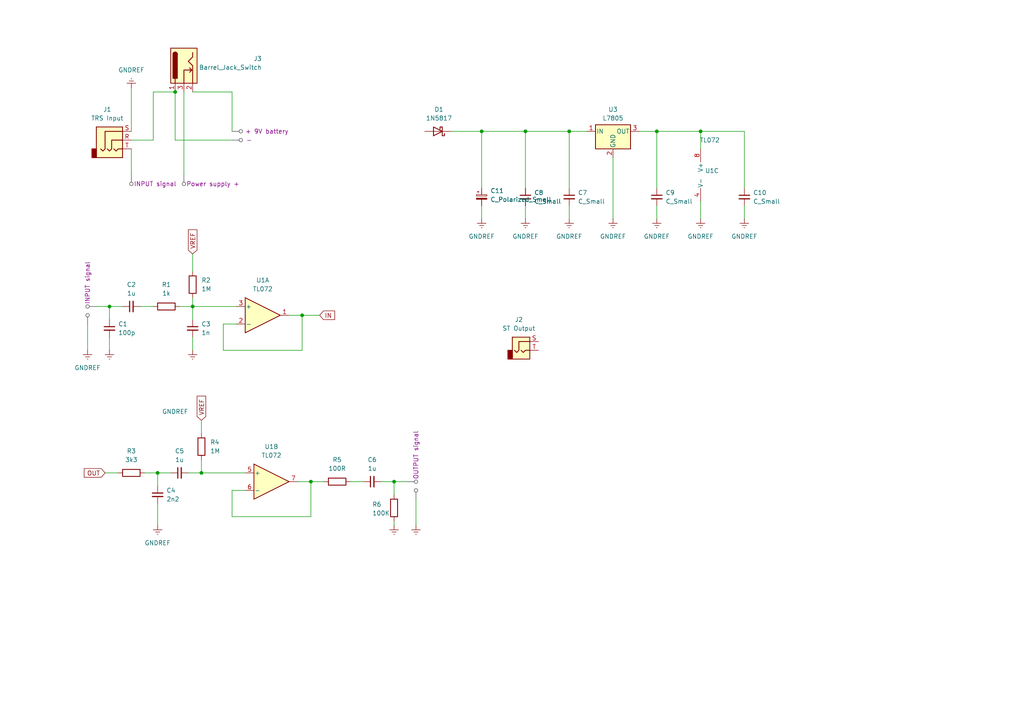
<source format=kicad_sch>
(kicad_sch (version 20250114) (generator "eeschema") (generator_version "9.0")
  (paper "A4")
  (lib_symbols
    (symbol "Amplifier_Operational:TL072" (pin_names (offset 0.127))
      (property "Reference" "U" (at 0 5.08 0))
      (property "Value" "TL072" (at 0 -5.08 0))
      (symbol "TL072_1_1"
        (polyline (pts (xy -5.08 5.08) (xy 5.08 0) (xy -5.08 -5.08) (xy -5.08 5.08)) (stroke (width 0.254)) (fill (type background)))
        (pin input line (at -7.62 2.54 0) (length 2.54) (name "+") (number "3"))
        (pin input line (at -7.62 -2.54 0) (length 2.54) (name "-") (number "2"))
        (pin output line (at 7.62 0 180) (length 2.54) (name "~") (number "1"))
      )
      (symbol "TL072_2_1"
        (polyline (pts (xy -5.08 5.08) (xy 5.08 0) (xy -5.08 -5.08) (xy -5.08 5.08)) (stroke (width 0.254)) (fill (type background)))
        (pin input line (at -7.62 2.54 0) (length 2.54) (name "+") (number "5"))
        (pin input line (at -7.62 -2.54 0) (length 2.54) (name "-") (number "6"))
        (pin output line (at 7.62 0 180) (length 2.54) (name "~") (number "7"))
      )
      (symbol "TL072_3_1"
        (pin power_in line (at -2.54 7.62 270) (length 3.81) (name "V+") (number "8"))
        (pin power_in line (at -2.54 -7.62 90) (length 3.81) (name "V-") (number "4"))
      )
    )
    (symbol "Connector:Barrel_Jack_Switch" (pin_names (hide yes))
      (property "Reference" "J" (at 0 5.334 0))
      (property "Value" "Barrel_Jack_Switch" (at 0 -5.08 0))
      (symbol "Barrel_Jack_Switch_0_1"
        (rectangle (start -5.08 3.81) (end 5.08 -3.81) (stroke (width 0.254)) (fill (type background)))
        (polyline (pts (xy -3.81 -2.54) (xy -2.54 -2.54) (xy -1.27 -1.27) (xy 0 -2.54) (xy 2.54 -2.54) (xy 5.08 -2.54)) (stroke (width 0.254)))
        (arc (start -3.302 1.905) (mid -3.9343 2.54) (end -3.302 3.175) (stroke (width 0.254)))
        (arc (start -3.302 1.905) (mid -3.9343 2.54) (end -3.302 3.175) (stroke (width 0.254)) (fill (type outline)))
        (polyline (pts (xy 1.27 -2.286) (xy 1.905 -1.651)) (stroke (width 0.254)))
        (rectangle (start 3.683 3.175) (end -3.302 1.905) (stroke (width 0.254)) (fill (type outline)))
        (polyline (pts (xy 5.08 2.54) (xy 3.81 2.54)) (stroke (width 0.254)))
        (polyline (pts (xy 5.08 0) (xy 1.27 0) (xy 1.27 -2.286) (xy 0.635 -1.651)) (stroke (width 0.254)))
      )
      (symbol "Barrel_Jack_Switch_1_1"
        (pin passive line (at 7.62 2.54 180) (length 2.54) (name "~") (number "1"))
        (pin passive line (at 7.62 0 180) (length 2.54) (name "~") (number "3"))
        (pin passive line (at 7.62 -2.54 180) (length 2.54) (name "~") (number "2"))
      )
    )
    (symbol "Connector_Audio:AudioJack2"
      (property "Reference" "J" (at 0 8.89 0))
      (property "Value" "AudioJack2" (at 0 6.35 0))
      (symbol "AudioJack2_0_1"
        (rectangle (start -3.81 0) (end -2.54 -2.54) (stroke (width 0.254)) (fill (type outline)))
        (rectangle (start -2.54 3.81) (end 2.54 -2.54) (stroke (width 0.254)) (fill (type background)))
        (polyline (pts (xy 0 0) (xy 0.635 -0.635) (xy 1.27 0) (xy 2.54 0)) (stroke (width 0.254)))
        (polyline (pts (xy 2.54 2.54) (xy -0.635 2.54) (xy -0.635 0) (xy -1.27 -0.635) (xy -1.905 0)) (stroke (width 0.254)))
      )
      (symbol "AudioJack2_1_1"
        (pin passive line (at 5.08 2.54 180) (length 2.54) (name "~") (number "S"))
        (pin passive line (at 5.08 0 180) (length 2.54) (name "~") (number "T"))
      )
    )
    (symbol "Connector_Audio:AudioJack3"
      (property "Reference" "J" (at 0 8.89 0))
      (property "Value" "AudioJack3" (at 0 6.35 0))
      (symbol "AudioJack3_0_1"
        (rectangle (start -5.08 -5.08) (end -6.35 -2.54) (stroke (width 0.254)) (fill (type outline)))
        (polyline (pts (xy -1.905 -2.54) (xy -1.27 -3.175) (xy -0.635 -2.54) (xy -0.635 0) (xy 2.54 0)) (stroke (width 0.254)))
        (polyline (pts (xy 0 -2.54) (xy 0.635 -3.175) (xy 1.27 -2.54) (xy 2.54 -2.54)) (stroke (width 0.254)))
        (rectangle (start 2.54 3.81) (end -5.08 -5.08) (stroke (width 0.254)) (fill (type background)))
        (polyline (pts (xy 2.54 2.54) (xy -2.54 2.54) (xy -2.54 -2.54) (xy -3.175 -3.175) (xy -3.81 -2.54)) (stroke (width 0.254)))
      )
      (symbol "AudioJack3_1_1"
        (pin passive line (at 5.08 2.54 180) (length 2.54) (name "~") (number "S"))
        (pin passive line (at 5.08 0 180) (length 2.54) (name "~") (number "R"))
        (pin passive line (at 5.08 -2.54 180) (length 2.54) (name "~") (number "T"))
      )
    )
    (symbol "Device:C_Polarized_Small" (pin_numbers (hide yes)) (pin_names (offset 0.254) (hide yes))
      (property "Reference" "C" (at 0.254 1.778 0))
      (property "Value" "C_Polarized_Small" (at 0.254 -2.032 0))
      (symbol "C_Polarized_Small_0_1"
        (rectangle (start -1.524 0.6858) (end 1.524 0.3048))
        (rectangle (start -1.524 -0.3048) (end 1.524 -0.6858) (fill (type outline)))
        (polyline (pts (xy -1.27 1.524) (xy -0.762 1.524)))
        (polyline (pts (xy -1.016 1.27) (xy -1.016 1.778)))
      )
      (symbol "C_Polarized_Small_1_1"
        (pin passive line (at 0 2.54 270) (length 1.8542) (name "~") (number "1"))
        (pin passive line (at 0 -2.54 90) (length 1.8542) (name "~") (number "2"))
      )
    )
    (symbol "Device:C_Small" (pin_numbers (hide yes)) (pin_names (offset 0.254) (hide yes))
      (property "Reference" "C" (at 0.254 1.778 0))
      (property "Value" "C_Small" (at 0.254 -2.032 0))
      (symbol "C_Small_0_1"
        (polyline (pts (xy -1.524 0.508) (xy 1.524 0.508)) (stroke (width 0.3048)))
        (polyline (pts (xy -1.524 -0.508) (xy 1.524 -0.508)) (stroke (width 0.3302)))
      )
      (symbol "C_Small_1_1"
        (pin passive line (at 0 2.54 270) (length 2.032) (name "~") (number "1"))
        (pin passive line (at 0 -2.54 90) (length 2.032) (name "~") (number "2"))
      )
    )
    (symbol "Device:R" (pin_numbers (hide yes)) (pin_names (offset 0))
      (property "Reference" "R" (at 2.032 0 90))
      (property "Value" "R" (at 0 0 90))
      (symbol "R_0_1"
        (rectangle (start -1.016 -2.54) (end 1.016 2.54) (stroke (width 0.254)))
      )
      (symbol "R_1_1"
        (pin passive line (at 0 3.81 270) (length 1.27) (name "~") (number "1"))
        (pin passive line (at 0 -3.81 90) (length 1.27) (name "~") (number "2"))
      )
    )
    (symbol "Diode:1N5817" (pin_numbers (hide yes)) (pin_names (offset 1.016) (hide yes))
      (property "Reference" "D" (at 0 2.54 0))
      (property "Value" "1N5817" (at 0 -2.54 0))
      (symbol "1N5817_0_1"
        (polyline (pts (xy -1.905 0.635) (xy -1.905 1.27) (xy -1.27 1.27) (xy -1.27 -1.27) (xy -0.635 -1.27) (xy -0.635 -0.635)) (stroke (width 0.254)))
        (polyline (pts (xy 1.27 1.27) (xy 1.27 -1.27) (xy -1.27 0) (xy 1.27 1.27)) (stroke (width 0.254)))
        (polyline (pts (xy 1.27 0) (xy -1.27 0)))
      )
      (symbol "1N5817_1_1"
        (pin passive line (at -3.81 0 0) (length 2.54) (name "K") (number "1"))
        (pin passive line (at 3.81 0 180) (length 2.54) (name "A") (number "2"))
      )
    )
    (symbol "Regulator_Linear:L7805" (pin_names (offset 0.254))
      (property "Reference" "U" (at -3.81 3.175 0))
      (property "Value" "L7805" (at 0 3.175 0))
      (symbol "L7805_0_1"
        (rectangle (start -5.08 1.905) (end 5.08 -5.08) (stroke (width 0.254)) (fill (type background)))
      )
      (symbol "L7805_1_1"
        (pin power_in line (at -7.62 0 0) (length 2.54) (name "IN") (number "1"))
        (pin power_in line (at 0 -7.62 90) (length 2.54) (name "GND") (number "2"))
        (pin power_out line (at 7.62 0 180) (length 2.54) (name "OUT") (number "3"))
      )
    )
    (symbol "power:GNDREF" (power) (pin_numbers (hide yes)) (pin_names (offset 0) (hide yes))
      (property "Value" "GNDREF" (at 0 -3.81 0))
      (symbol "GNDREF_0_1"
        (polyline (pts (xy -0.635 -1.905) (xy 0.635 -1.905)))
        (polyline (pts (xy -0.127 -2.54) (xy 0.127 -2.54)))
        (polyline (pts (xy 0 -1.27) (xy 0 0)))
        (polyline (pts (xy 1.27 -1.27) (xy -1.27 -1.27)))
      )
      (symbol "GNDREF_1_1"
        (pin power_in line (at 0 0 270) (length 0) (name "~") (number "1"))
      )
    )
  )
  (junction (at 90.17 139.7))
  (junction (at 139.7 38.1))
  (junction (at 114.3 139.7))
  (junction (at 55.88 88.9))
  (junction (at 87.63 91.44))
  (junction (at 165.1 38.1))
  (junction (at 152.4 38.1))
  (junction (at 50.8 26.67))
  (junction (at 31.75 88.9))
  (junction (at 190.5 38.1))
  (junction (at 58.42 137.16))
  (junction (at 45.72 137.16))
  (junction (at 203.2 38.1))
  (wire (pts (xy 55.88 86.36) (xy 55.88 88.9)))
  (wire (pts (xy 45.72 146.05) (xy 45.72 152.4)))
  (wire (pts (xy 152.4 59.69) (xy 152.4 63.5)))
  (wire (pts (xy 67.31 26.67) (xy 55.88 26.67)))
  (wire (pts (xy 120.65 144.78) (xy 120.65 152.4)))
  (wire (pts (xy 67.31 149.86) (xy 90.17 149.86)))
  (wire (pts (xy 114.3 139.7) (xy 114.3 143.51)))
  (wire (pts (xy 25.4 93.98) (xy 25.4 101.6)))
  (wire (pts (xy 90.17 149.86) (xy 90.17 139.7)))
  (wire (pts (xy 215.9 38.1) (xy 215.9 54.61)))
  (wire (pts (xy 50.8 26.67) (xy 44.45 26.67)))
  (wire (pts (xy 101.6 139.7) (xy 105.41 139.7)))
  (wire (pts (xy 52.07 88.9) (xy 55.88 88.9)))
  (wire (pts (xy 44.45 26.67) (xy 44.45 40.64)))
  (wire (pts (xy 177.8 45.72) (xy 177.8 63.5)))
  (wire (pts (xy 27.94 88.9) (xy 31.75 88.9)))
  (wire (pts (xy 90.17 139.7) (xy 93.98 139.7)))
  (wire (pts (xy 86.36 139.7) (xy 90.17 139.7)))
  (wire (pts (xy 58.42 137.16) (xy 71.12 137.16)))
  (wire (pts (xy 190.5 38.1) (xy 203.2 38.1)))
  (wire (pts (xy 114.3 151.13) (xy 114.3 152.4)))
  (wire (pts (xy 45.72 137.16) (xy 49.53 137.16)))
  (wire (pts (xy 54.61 137.16) (xy 58.42 137.16)))
  (wire (pts (xy 55.88 73.66) (xy 55.88 78.74)))
  (wire (pts (xy 83.82 91.44) (xy 87.63 91.44)))
  (wire (pts (xy 50.8 40.64) (xy 50.8 26.67)))
  (wire (pts (xy 55.88 88.9) (xy 55.88 92.71)))
  (wire (pts (xy 130.81 38.1) (xy 139.7 38.1)))
  (wire (pts (xy 165.1 54.61) (xy 165.1 38.1)))
  (wire (pts (xy 165.1 38.1) (xy 170.18 38.1)))
  (wire (pts (xy 38.1 25.4) (xy 38.1 38.1)))
  (wire (pts (xy 215.9 59.69) (xy 215.9 63.5)))
  (wire (pts (xy 67.31 40.64) (xy 50.8 40.64)))
  (wire (pts (xy 67.31 38.1) (xy 67.31 26.67)))
  (wire (pts (xy 139.7 59.69) (xy 139.7 63.5)))
  (wire (pts (xy 31.75 97.79) (xy 31.75 101.6)))
  (wire (pts (xy 64.77 93.98) (xy 68.58 93.98)))
  (wire (pts (xy 203.2 38.1) (xy 215.9 38.1)))
  (wire (pts (xy 139.7 38.1) (xy 152.4 38.1)))
  (wire (pts (xy 41.91 137.16) (xy 45.72 137.16)))
  (wire (pts (xy 64.77 93.98) (xy 64.77 101.6)))
  (wire (pts (xy 67.31 142.24) (xy 67.31 149.86)))
  (wire (pts (xy 152.4 54.61) (xy 152.4 38.1)))
  (wire (pts (xy 38.1 43.18) (xy 38.1 50.8)))
  (wire (pts (xy 139.7 54.61) (xy 139.7 38.1)))
  (wire (pts (xy 55.88 97.79) (xy 55.88 101.6)))
  (wire (pts (xy 58.42 133.35) (xy 58.42 137.16)))
  (wire (pts (xy 165.1 59.69) (xy 165.1 63.5)))
  (wire (pts (xy 30.48 137.16) (xy 34.29 137.16)))
  (wire (pts (xy 203.2 38.1) (xy 203.2 43.18)))
  (wire (pts (xy 31.75 88.9) (xy 35.56 88.9)))
  (wire (pts (xy 45.72 137.16) (xy 45.72 140.97)))
  (wire (pts (xy 31.75 88.9) (xy 31.75 92.71)))
  (wire (pts (xy 190.5 54.61) (xy 190.5 38.1)))
  (wire (pts (xy 110.49 139.7) (xy 114.3 139.7)))
  (wire (pts (xy 53.34 50.8) (xy 53.34 26.67)))
  (wire (pts (xy 190.5 59.69) (xy 190.5 63.5)))
  (wire (pts (xy 190.5 38.1) (xy 185.42 38.1)))
  (wire (pts (xy 203.2 58.42) (xy 203.2 63.5)))
  (wire (pts (xy 64.77 101.6) (xy 87.63 101.6)))
  (wire (pts (xy 152.4 38.1) (xy 165.1 38.1)))
  (wire (pts (xy 87.63 91.44) (xy 92.71 91.44)))
  (wire (pts (xy 44.45 40.64) (xy 38.1 40.64)))
  (wire (pts (xy 55.88 88.9) (xy 68.58 88.9)))
  (wire (pts (xy 40.64 88.9) (xy 44.45 88.9)))
  (wire (pts (xy 71.12 142.24) (xy 67.31 142.24)))
  (wire (pts (xy 87.63 91.44) (xy 87.63 101.6)))
  (wire (pts (xy 58.42 121.92) (xy 58.42 125.73)))
  (wire (pts (xy 114.3 139.7) (xy 118.11 139.7)))
  (global_label "VREF" (shape input) (at 55.88 73.66 90) (property "Intersheetrefs" "${INTERSHEET_REFS}" (effects (hide yes))))
  (global_label "VREF" (shape input) (at 58.42 121.92 90) (property "Intersheetrefs" "${INTERSHEET_REFS}" (effects (hide yes))))
  (global_label "IN" (shape input) (at 92.71 91.44 0) (property "Intersheetrefs" "${INTERSHEET_REFS}" (effects (hide yes))))
  (global_label "OUT" (shape input) (at 30.48 137.16 180) (property "Intersheetrefs" "${INTERSHEET_REFS}" (effects (hide yes))))
  (netclass_flag "" (length 2.54) (shape round) (at 27.94 88.9 90) (property "Netclass" "INPUT signal" (at 25.4 88.2015 90) (effects (justify left))))
  (netclass_flag "" (length 2.54) (shape round) (at 53.34 50.8 180) (property "Netclass" "Power supply +" (at 54.0385 53.34 0) (effects (justify left))))
  (netclass_flag "" (length 2.54) (shape round) (at 38.1 50.8 180) (property "Netclass" "INPUT signal" (at 38.7985 53.34 0) (effects (justify left))))
  (netclass_flag "" (length 2.54) (shape round) (at 118.11 139.7 270) (property "Netclass" "OUTPUT signal" (at 120.65 139.0015 90) (effects (justify left))))
  (netclass_flag "" (length 2.54) (shape round) (at 25.4 93.98 0))
  (netclass_flag "" (length 2.54) (shape round) (at 120.65 144.78 0))
  (netclass_flag "" (length 2.54) (shape round) (at 67.31 38.1 270) (property "Netclass" "+ 9V battery" (at 71.12 38.1 0) (effects (justify left))))
  (netclass_flag "" (length 2.54) (shape round) (at 67.31 40.64 270) (property "Netclass" "-" (at 71.374 40.64 0) (effects (justify left))))
  (symbol (lib_id "power:GNDREF") (at 165.1 63.5 0) (unit 1)
    (property "Reference" "#PWR09" (effects (hide yes)))
    (property "Value" "GNDREF" (at 165.1 68.58 0))
    (property "Description" "Power symbol creates a global label with name \"GNDREF\" , reference supply ground" (effects (hide yes)))
  )
  (symbol (lib_id "Connector:Barrel_Jack_Switch") (at 53.34 19.05 90) (mirror x) (unit 1)
    (property "Reference" "J3" (at 75.946 17.018 90) (effects (justify left)))
    (property "Value" "Barrel_Jack_Switch" (at 75.946 19.558 90) (effects (justify left)))
    (property "Description" "DC Barrel Jack with an internal switch" (effects (hide yes)))
  )
  (symbol (lib_id "Device:R") (at 58.42 129.54 0) (unit 1)
    (property "Reference" "R4" (at 60.96 128.2699 0) (effects (justify left)))
    (property "Value" "1M" (at 60.96 130.8099 0) (effects (justify left)))
    (property "Description" "Resistor" (effects (hide yes)))
  )
  (symbol (lib_id "Device:C_Small") (at 190.5 57.15 0) (unit 1)
    (property "Reference" "C9" (at 193.04 55.8862 0) (effects (justify left)))
    (property "Value" "C_Small" (at 193.04 58.4262 0) (effects (justify left)))
    (property "Description" "Unpolarized capacitor, small symbol" (effects (hide yes)))
  )
  (symbol (lib_id "Device:C_Small") (at 31.75 95.25 0) (unit 1)
    (property "Reference" "C1" (at 34.29 93.9862 0) (effects (justify left)))
    (property "Value" "100p" (at 34.29 96.5262 0) (effects (justify left)))
    (property "Description" "Unpolarized capacitor, small symbol" (effects (hide yes)))
  )
  (symbol (lib_id "Amplifier_Operational:TL072") (at 78.74 139.7 0) (unit 2)
    (property "Reference" "U1" (at 78.74 129.54 0))
    (property "Value" "TL072" (at 78.74 132.08 0))
    (property "Footprint" "Package_DIP:DIP-8_W7.62mm" (effects (hide yes)))
    (property "Datasheet" "http://www.ti.com/lit/ds/symlink/tl071.pdf" (effects (hide yes)))
    (property "Description" "Dual Low-Noise JFET-Input Operational Amplifiers, DIP-8/SOIC-8" (effects (hide yes)))
  )
  (symbol (lib_id "Device:R") (at 48.26 88.9 90) (unit 1)
    (property "Reference" "R1" (at 48.26 82.55 90))
    (property "Value" "1k" (at 48.26 85.09 90))
    (property "Description" "Resistor" (effects (hide yes)))
  )
  (symbol (lib_id "Connector_Audio:AudioJack3") (at 33.02 40.64 0) (unit 1)
    (property "Reference" "J1" (at 31.115 31.75 0))
    (property "Value" "TRS Input" (at 31.115 34.29 0))
    (property "Description" "Audio Jack, 3 Poles (Stereo / TRS)" (effects (hide yes)))
  )
  (symbol (lib_id "Device:C_Small") (at 45.72 143.51 0) (unit 1)
    (property "Reference" "C4" (at 48.26 142.2462 0) (effects (justify left)))
    (property "Value" "2n2" (at 48.26 144.7862 0) (effects (justify left)))
    (property "Description" "Unpolarized capacitor, small symbol" (effects (hide yes)))
  )
  (symbol (lib_id "power:GNDREF") (at 203.2 63.5 0) (unit 1)
    (property "Reference" "#PWR013" (effects (hide yes)))
    (property "Value" "GNDREF" (at 203.2 68.58 0))
    (property "Description" "Power symbol creates a global label with name \"GNDREF\" , reference supply ground" (effects (hide yes)))
  )
  (symbol (lib_id "Device:R") (at 114.3 147.32 0) (unit 1)
    (property "Reference" "R6" (at 107.95 146.304 0) (effects (justify left)))
    (property "Value" "100K" (at 107.95 148.844 0) (effects (justify left)))
    (property "Description" "Resistor" (effects (hide yes)))
  )
  (symbol (lib_id "power:GNDREF") (at 120.65 152.4 0) (unit 1)
    (property "Reference" "#PWR06" (effects (hide yes)))
    (property "Value" "GNDREF" (effects (hide yes)))
    (property "Description" "Power symbol creates a global label with name \"GNDREF\" , reference supply ground" (effects (hide yes)))
  )
  (symbol (lib_id "power:GNDREF") (at 45.72 152.4 0) (unit 1)
    (property "Reference" "#PWR04" (effects (hide yes)))
    (property "Value" "GNDREF" (at 45.72 157.48 0))
    (property "Description" "Power symbol creates a global label with name \"GNDREF\" , reference supply ground" (effects (hide yes)))
  )
  (symbol (lib_id "Device:C_Small") (at 215.9 57.15 0) (unit 1)
    (property "Reference" "C10" (at 218.44 55.8862 0) (effects (justify left)))
    (property "Value" "C_Small" (at 218.44 58.4262 0) (effects (justify left)))
    (property "Description" "Unpolarized capacitor, small symbol" (effects (hide yes)))
  )
  (symbol (lib_id "Diode:1N5817") (at 127 38.1 180) (unit 1)
    (property "Reference" "D1" (at 127.3175 31.75 0))
    (property "Value" "1N5817" (at 127.3175 34.29 0))
    (property "Footprint" "Diode_THT:D_DO-41_SOD81_P10.16mm_Horizontal" (effects (hide yes)))
    (property "Datasheet" "http://www.vishay.com/docs/88525/1n5817.pdf" (effects (hide yes)))
    (property "Description" "20V 1A Schottky Barrier Rectifier Diode, DO-41" (effects (hide yes)))
  )
  (symbol (lib_id "power:GNDREF") (at 114.3 152.4 0) (unit 1)
    (property "Reference" "#PWR05" (effects (hide yes)))
    (property "Value" "GNDREF" (effects (hide yes)))
    (property "Description" "Power symbol creates a global label with name \"GNDREF\" , reference supply ground" (effects (hide yes)))
  )
  (symbol (lib_id "Device:C_Polarized_Small") (at 139.7 57.15 0) (unit 1)
    (property "Reference" "C11" (at 142.24 55.3338 0) (effects (justify left)))
    (property "Value" "C_Polarized_Small" (at 142.24 57.8738 0) (effects (justify left)))
    (property "Description" "Polarized capacitor, small symbol" (effects (hide yes)))
  )
  (symbol (lib_id "power:GNDREF") (at 139.7 63.5 0) (unit 1)
    (property "Reference" "#PWR011" (effects (hide yes)))
    (property "Value" "GNDREF" (at 139.7 68.58 0))
    (property "Description" "Power symbol creates a global label with name \"GNDREF\" , reference supply ground" (effects (hide yes)))
  )
  (symbol (lib_id "Amplifier_Operational:TL072") (at 205.74 50.8 0) (unit 3)
    (property "Reference" "U1" (at 204.47 49.5299 0) (effects (justify left)))
    (property "Value" "TL072" (at 202.946 40.64 0) (effects (justify left)))
    (property "Footprint" "Package_DIP:DIP-8_W7.62mm" (effects (hide yes)))
    (property "Datasheet" "http://www.ti.com/lit/ds/symlink/tl071.pdf" (effects (hide yes)))
    (property "Description" "Dual Low-Noise JFET-Input Operational Amplifiers, DIP-8/SOIC-8" (effects (hide yes)))
  )
  (symbol (lib_id "Device:C_Small") (at 55.88 95.25 0) (unit 1)
    (property "Reference" "C3" (at 58.42 93.9862 0) (effects (justify left)))
    (property "Value" "1n" (at 58.42 96.5262 0) (effects (justify left)))
    (property "Description" "Unpolarized capacitor, small symbol" (effects (hide yes)))
  )
  (symbol (lib_id "Device:C_Small") (at 38.1 88.9 90) (unit 1)
    (property "Reference" "C2" (at 38.1063 82.55 90))
    (property "Value" "1u" (at 38.1063 85.09 90))
    (property "Description" "Unpolarized capacitor, small symbol" (effects (hide yes)))
  )
  (symbol (lib_id "Device:R") (at 38.1 137.16 90) (unit 1)
    (property "Reference" "R3" (at 38.1 130.81 90))
    (property "Value" "3k3" (at 38.1 133.35 90))
    (property "Description" "Resistor" (effects (hide yes)))
  )
  (symbol (lib_id "power:GNDREF") (at 38.1 25.4 180) (unit 1)
    (property "Reference" "#PWR07" (effects (hide yes)))
    (property "Value" "GNDREF" (at 38.1 20.32 0))
    (property "Description" "Power symbol creates a global label with name \"GNDREF\" , reference supply ground" (effects (hide yes)))
  )
  (symbol (lib_id "Device:R") (at 97.79 139.7 90) (unit 1)
    (property "Reference" "R5" (at 97.79 133.35 90))
    (property "Value" "100R" (at 97.79 135.89 90))
    (property "Description" "Resistor" (effects (hide yes)))
  )
  (symbol (lib_id "power:GNDREF") (at 25.4 101.6 0) (unit 1)
    (property "Reference" "#PWR01" (effects (hide yes)))
    (property "Value" "GNDREF" (at 25.4 106.68 0))
    (property "Description" "Power symbol creates a global label with name \"GNDREF\" , reference supply ground" (effects (hide yes)))
  )
  (symbol (lib_id "power:GNDREF") (at 190.5 63.5 0) (unit 1)
    (property "Reference" "#PWR012" (effects (hide yes)))
    (property "Value" "GNDREF" (at 190.5 68.58 0))
    (property "Description" "Power symbol creates a global label with name \"GNDREF\" , reference supply ground" (effects (hide yes)))
  )
  (symbol (lib_id "power:GNDREF") (at 215.9 63.5 0) (unit 1)
    (property "Reference" "#PWR014" (effects (hide yes)))
    (property "Value" "GNDREF" (at 215.9 68.58 0))
    (property "Description" "Power symbol creates a global label with name \"GNDREF\" , reference supply ground" (effects (hide yes)))
  )
  (symbol (lib_id "Device:C_Small") (at 152.4 57.15 0) (unit 1)
    (property "Reference" "C8" (at 154.94 55.8862 0) (effects (justify left)))
    (property "Value" "C_Small" (at 154.94 58.4262 0) (effects (justify left)))
    (property "Description" "Unpolarized capacitor, small symbol" (effects (hide yes)))
  )
  (symbol (lib_id "Device:C_Small") (at 107.95 139.7 90) (unit 1)
    (property "Reference" "C6" (at 107.9563 133.35 90))
    (property "Value" "1u" (at 107.9563 135.89 90))
    (property "Description" "Unpolarized capacitor, small symbol" (effects (hide yes)))
  )
  (symbol (lib_id "Device:R") (at 55.88 82.55 180) (unit 1)
    (property "Reference" "R2" (at 58.42 81.2799 0) (effects (justify right)))
    (property "Value" "1M" (at 58.42 83.8199 0) (effects (justify right)))
    (property "Description" "Resistor" (effects (hide yes)))
  )
  (symbol (lib_id "Regulator_Linear:L7805") (at 177.8 38.1 0) (unit 1)
    (property "Reference" "U3" (at 177.8 31.75 0))
    (property "Value" "L7805" (at 177.8 34.29 0))
    (property "Footprint" "Package_TO_SOT_THT:TO-220-3_Vertical" (effects (hide yes)))
    (property "Datasheet" "http://www.st.com/content/ccc/resource/technical/document/datasheet/41/4f/b3/b0/12/d4/47/88/CD00000444.pdf/files/CD00000444.pdf/jcr:content/translations/en.CD00000444.pdf" (effects (hide yes)))
    (property "Description" "Positive 1.5A 35V Linear Regulator, Fixed Output 5V, TO-220/TO-263/TO-252" (effects (hide yes)))
  )
  (symbol (lib_id "Device:C_Small") (at 165.1 57.15 0) (unit 1)
    (property "Reference" "C7" (at 167.64 55.8862 0) (effects (justify left)))
    (property "Value" "C_Small" (at 167.64 58.4262 0) (effects (justify left)))
    (property "Description" "Unpolarized capacitor, small symbol" (effects (hide yes)))
  )
  (symbol (lib_id "power:GNDREF") (at 152.4 63.5 0) (unit 1)
    (property "Reference" "#PWR010" (effects (hide yes)))
    (property "Value" "GNDREF" (at 152.4 68.58 0))
    (property "Description" "Power symbol creates a global label with name \"GNDREF\" , reference supply ground" (effects (hide yes)))
  )
  (symbol (lib_id "Amplifier_Operational:TL072") (at 76.2 91.44 0) (unit 1)
    (property "Reference" "U1" (at 76.2 81.28 0))
    (property "Value" "TL072" (at 76.2 83.82 0))
    (property "Footprint" "Package_DIP:DIP-8_W7.62mm" (effects (hide yes)))
    (property "Datasheet" "http://www.ti.com/lit/ds/symlink/tl071.pdf" (effects (hide yes)))
    (property "Description" "Dual Low-Noise JFET-Input Operational Amplifiers, DIP-8/SOIC-8" (effects (hide yes)))
  )
  (symbol (lib_id "power:GNDREF") (at 31.75 101.6 0) (unit 1)
    (property "Reference" "#PWR02" (effects (hide yes)))
    (property "Value" "GNDREF" (effects (hide yes)))
    (property "Description" "Power symbol creates a global label with name \"GNDREF\" , reference supply ground" (effects (hide yes)))
  )
  (symbol (lib_id "power:GNDREF") (at 55.88 101.6 0) (unit 1)
    (property "Reference" "#PWR03" (effects (hide yes)))
    (property "Value" "GNDREF" (at 50.8 119.38 0))
    (property "Description" "Power symbol creates a global label with name \"GNDREF\" , reference supply ground" (effects (hide yes)))
  )
  (symbol (lib_id "Device:C_Small") (at 52.07 137.16 90) (unit 1)
    (property "Reference" "C5" (at 52.0763 130.81 90))
    (property "Value" "1u" (at 52.0763 133.35 90))
    (property "Description" "Unpolarized capacitor, small symbol" (effects (hide yes)))
  )
  (symbol (lib_id "Connector_Audio:AudioJack2") (at 151.13 101.6 0) (unit 1)
    (property "Reference" "J2" (at 150.495 92.71 0))
    (property "Value" "ST Output" (at 150.495 95.25 0))
    (property "Description" "Audio Jack, 2 Poles (Mono / TS)" (effects (hide yes)))
  )
  (symbol (lib_id "power:GNDREF") (at 177.8 63.5 0) (unit 1)
    (property "Reference" "#PWR08" (effects (hide yes)))
    (property "Value" "GNDREF" (at 177.8 68.58 0))
    (property "Description" "Power symbol creates a global label with name \"GNDREF\" , reference supply ground" (effects (hide yes)))
  )
)
</source>
